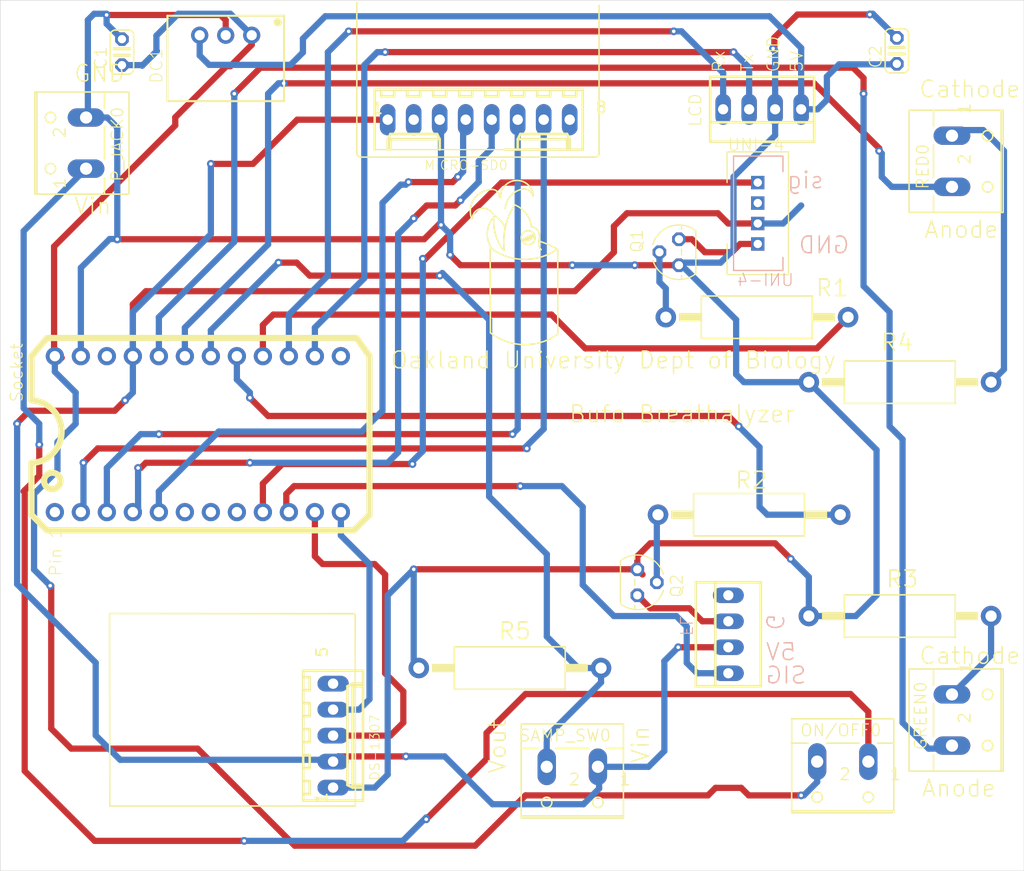
<source format=kicad_pcb>
(kicad_pcb (version 20221018) (generator pcbnew)
  (layers (0 "F.Cu" signal) (31 "B.Cu" signal) (34 "B.Paste" user) (35 "F.Paste" user) (36 "B.SilkS" user "B.Silkscreen") (37 "F.SilkS" user "F.Silkscreen") (38 "B.Mask" user) (39 "F.Mask" user) (44 "Edge.Cuts" user))
  (net 0 "")
  (net 1 "VBUS")
  (net 2 "VBAT")
  (net 3 "RESET")
  (net 4 "D10")
  (net 5 "D11")
  (net 6 "D12")
  (net 7 "D13")
  (net 8 "A0")
  (net 9 "A1")
  (net 10 "A2")
  (net 11 "A3")
  (net 12 "A4")
  (net 13 "A5")
  (net 14 "D3")
  (net 15 "D4")
  (net 16 "D6")
  (net 17 "D5")
  (net 18 "TXD")
  (net 19 "RXD")
  (net 20 "D8")
  (net 21 "D9")
  (net 22 "AREF")
  (net 23 "+5V")
  (net 24 "N$1")
  (net 25 "N$2")
  (net 26 "N$3")
  (net 27 "N$5")
  (net 28 "GND")
  (net 29 "N$6")
  (net 30 "N$7")
  (net 31 "VIN")
  (net 32 "N$10")
  (footprint "Trinket:AC01" (layer "F.Cu") (at 172.4151 93.4416 180)
    (fp_text reference "R1")
    (fp_text value "")
  )
  (footprint "Trinket:1X12-CB" (layer "F.Cu") (at 117.8051 112.4916)
    (fp_text reference "JP4" hide)
    (fp_text value "")
  )
  (footprint "Trinket:1X12-CB" (layer "F.Cu") (at 117.8051 97.2516)
    (fp_text reference "JP1" hide)
    (fp_text value "")
  )
  (footprint "Trinket:W237-102" (layer "F.Cu") (at 105.6131 76.4236 90)
    (fp_text reference "P_JACK0")
    (fp_text value "")
  )
  (footprint "Trinket:TO92" (layer "F.Cu") (at 164.7951 87.0916 90)
    (fp_text reference "Q1")
    (fp_text value "2N3904")
  )
  (footprint "Trinket:W237-102" (layer "F.Cu") (at 192.7351 132.8116 -90)
    (fp_text reference "GREEN0")
    (fp_text value "")
  )
  (footprint "" (layer "F.Cu") (at 169.6211 142.4636)
    (fp_text reference "@HOLE1" hide)
    (fp_text value "")
  )
  (footprint "Trinket:AC01" (layer "F.Cu") (at 171.6531 112.7456 180)
    (fp_text reference "R2")
    (fp_text value "")
  )
  (footprint "" (layer "F.Cu") (at 194.7671 143.7336)
    (fp_text reference "@HOLE5" hide)
    (fp_text value "")
  )
  (footprint "Trinket:SIP3" (layer "F.Cu") (at 120.5229 65.8826 180)
    (fp_text reference "DC1")
    (fp_text value "R-78C1.8-1.0")
  )
  (footprint "" (layer "F.Cu") (at 131.0311 124.2536)
    (fp_text reference "@HOLE7" hide)
    (fp_text value "")
  )
  (footprint "Trinket:22-23-2041" (layer "F.Cu") (at 172.9231 73.1216 180)
    (fp_text reference "LDC0" hide)
    (fp_text value "22-23-2041" hide)
  )
  (footprint "Trinket:W237-102" (layer "F.Cu") (at 180.7971 138.1456 180)
    (fp_text reference "ON/OFF0")
    (fp_text value "")
  )
  (footprint "Trinket:AC01" (layer "F.Cu") (at 148.2851 127.7316 180)
    (fp_text reference "R5")
    (fp_text value "")
  )
  (footprint "" (layer "F.Cu") (at 102.3015 143.7216)
    (fp_text reference "@HOLE4" hide)
    (fp_text value "")
  )
  (footprint "Trinket:AC01" (layer "F.Cu") (at 186.3851 122.6516 180)
    (fp_text reference "R3")
    (fp_text value "")
  )
  (footprint "" (layer "F.Cu") (at 176.7331 106.3956)
    (fp_text reference "@HOLE0" hide)
    (fp_text value "")
  )
  (footprint "Trinket:UNI-4" (layer "F.Cu") (at 177.4951 83.2816)
    (fp_text reference "U$1" hide)
    (fp_text value "UNI-4" hide)
  )
  (footprint "Trinket:C025-024X044" (layer "F.Cu") (at 110.3883 67.5336 90)
    (fp_text reference "C1")
    (fp_text value "")
  )
  (footprint "Trinket:C025-024X044" (layer "F.Cu") (at 186.0803 67.4066 90)
    (fp_text reference "C2")
    (fp_text value "")
  )
  (footprint "Trinket:6410-05" (layer "F.Cu") (at 131.0131 134.3356 -90)
    (fp_text reference "DS-1307")
    (fp_text value "22-27-2051-05" hide)
  )
  (footprint "Trinket:6410-08" (layer "F.Cu") (at 145.2371 74.1376 180)
    (fp_text reference "MICRO-SD0")
    (fp_text value "22-27-2081-08" hide)
  )
  (footprint "Trinket:W237-102" (layer "F.Cu") (at 192.7351 78.2016 -90)
    (fp_text reference "RED0")
    (fp_text value "")
  )
  (footprint "" (layer "F.Cu") (at 194.7671 66.2636)
    (fp_text reference "@HOLE3" hide)
    (fp_text value "")
  )
  (footprint "" (layer "F.Cu") (at 111.0311 139.4136)
    (fp_text reference "@HOLE6" hide)
    (fp_text value "")
  )
  (footprint "Trinket:TO92" (layer "F.Cu") (at 160.7311 119.3496 -90)
    (fp_text reference "Q2")
    (fp_text value "2N3904")
  )
  (footprint "Trinket:22-23-2041" (layer "F.Cu") (at 169.6211 124.4296 90)
    (fp_text reference "FL0" hide)
    (fp_text value "22-23-2041" hide)
  )
  (footprint "Trinket:W237-102" (layer "F.Cu") (at 154.3811 138.6536 180)
    (fp_text reference "SAMP_SW0")
    (fp_text value "")
  )
  (footprint "Trinket:AC01" (layer "F.Cu") (at 186.3851 99.7916 180)
    (fp_text reference "R4")
    (fp_text value "")
  )
  (footprint "" (layer "F.Cu") (at 102.3111 66.2636)
    (fp_text reference "@HOLE2" hide)
    (fp_text value "")
  )
  (gr_line (start 146.3547 86.7106) (end 146.3801 94.9656) (stroke (width 0.1524)) (layer "F.SilkS"))
  (gr_arc (start 148.7677 82.4688) (mid 149.877683 83.324539) (end 150.393301 84.627801) (stroke (width 0.1524)) (layer "F.SilkS"))
  (gr_line (start 134.5691 112.7456) (end 134.5691 97.2516) (stroke (width 0.6096)) (layer "F.SilkS"))
  (gr_line (start 133.1911 141.2136) (end 133.1711 122.5236) (stroke (width 0.1524)) (layer "F.SilkS"))
  (gr_arc (start 151.1807 85.7708) (mid 151.193165 85.745283) (end 151.2061 85.72) (stroke (width 0.1524)) (layer "F.SilkS"))
  (gr_line (start 150.3171 85.593) (end 150.4949 85.593) (stroke (width 0.1524)) (layer "F.SilkS"))
  (gr_arc (start 147.6755 86.9138) (mid 146.876612 85.355253) (end 146.7103 83.6118) (stroke (width 0.1524)) (layer "F.SilkS"))
  (gr_line (start 101.5491 107.6656) (end 101.5491 112.7456) (stroke (width 0.6096)) (layer "F.SilkS"))
  (gr_line (start 133.2991 95.4736) (end 103.0731 95.4736) (stroke (width 0.6096)) (layer "F.SilkS"))
  (gr_line (start 150.1139 85.593) (end 150.0885 85.6184) (stroke (width 0.1524)) (layer "F.SilkS"))
  (gr_arc (start 150.6473 85.5168) (mid 150.162777 85.888455) (end 149.5551 85.948601) (stroke (width 0.1524)) (layer "F.SilkS"))
  (gr_arc (start 144.5513 83.815) (mid 144.717043 81.991737) (end 146.2531 80.995601) (stroke (width 0.1524)) (layer "F.SilkS"))
  (gr_arc (start 146.8373 83.5356) (mid 147.389319 84.034448) (end 147.8025 84.6532) (stroke (width 0.1524)) (layer "F.SilkS"))
  (gr_arc (start 152.9333 95.118) (mid 149.631615 96.12045) (end 146.3801 94.965601) (stroke (width 0.1524)) (layer "F.SilkS"))
  (gr_line (start 109.2011 141.2136) (end 133.1911 141.2136) (stroke (width 0.1524)) (layer "F.SilkS"))
  (gr_arc (start 147.7263 86.863) (mid 147.85133 84.577352) (end 148.7423 82.4688) (stroke (width 0.1524)) (layer "F.SilkS"))
  (gr_arc (start 151.1045 85.9994) (mid 152.056864 86.348166) (end 152.9587 86.8122) (stroke (width 0.1524)) (layer "F.SilkS"))
  (gr_line (start 133.3311 62.7036) (end 133.3311 77.5336) (stroke (width 0.1524)) (layer "F.SilkS"))
  (gr_arc (start 146.4309 86.609) (mid 146.090464 85.042473) (end 146.7611 83.5864) (stroke (width 0.1524)) (layer "F.SilkS"))
  (gr_arc (start 150.5203 84.6024) (mid 151.044105 85.028556) (end 151.1553 85.694601) (stroke (width 0.1524)) (layer "F.SilkS"))
  (gr_arc (start 152.9079 86.7868) (mid 149.606215 87.78925) (end 146.3547 86.634401) (stroke (width 0.1524)) (layer "F.SilkS"))
  (gr_line (start 133.5911 77.7936) (end 156.7311 77.7936) (stroke (width 0.1524)) (layer "F.SilkS"))
  (gr_arc (start 151.3331 86.8376) (mid 151.099485 86.326688) (end 151.1807 85.770801) (stroke (width 0.1524)) (layer "F.SilkS"))
  (gr_line (start 133.3311 77.5336) (end 133.5911 77.7936) (stroke (width 0.1524)) (layer "F.SilkS"))
  (gr_line (start 103.0731 114.2696) (end 133.0451 114.2696) (stroke (width 0.6096)) (layer "F.SilkS"))
  (gr_line (start 134.5691 97.2516) (end 133.2991 95.4736) (stroke (width 0.6096)) (layer "F.SilkS"))
  (gr_line (start 150.3171 85.593) (end 150.1139 85.593) (stroke (width 0.1524)) (layer "F.SilkS"))
  (gr_line (start 133.1411 122.4236) (end 109.1711 122.4036) (stroke (width 0.1524)) (layer "F.SilkS"))
  (gr_arc (start 101.5491 101.5696) (mid 104.490354 104.50034) (end 101.8031 107.6656) (stroke (width 0.6096)) (layer "F.SilkS"))
  (gr_circle (center 150.0631 85.6692) (end 150.746543 85.6692) (stroke (width 0.1524)) (fill none) (layer "F.SilkS"))
  (gr_line (start 149.7583 85.8216) (end 150.0885 85.8216) (stroke (width 0.1524)) (layer "F.SilkS"))
  (gr_line (start 152.9333 95.118) (end 152.9587 95.0926) (stroke (width 0.1524)) (layer "F.SilkS"))
  (gr_line (start 156.9911 77.5336) (end 156.9911 62.9636) (stroke (width 0.1524)) (layer "F.SilkS"))
  (gr_line (start 149.9107 85.7962) (end 150.0885 85.6184) (stroke (width 0.1524)) (layer "F.SilkS"))
  (gr_line (start 152.9587 86.8376) (end 152.9587 95.0926) (stroke (width 0.1524)) (layer "F.SilkS"))
  (gr_arc (start 146.3547 80.9702) (mid 147.014075 81.129117) (end 147.2691 81.757602) (stroke (width 0.1524)) (layer "F.SilkS"))
  (gr_arc (start 147.3707 81.783) (mid 148.834462 80.080465) (end 150.5711 81.5036) (stroke (width 0.1524)) (layer "F.SilkS"))
  (gr_arc (start 144.6021 83.7896) (mid 145.457426 82.817582) (end 146.6341 83.357802) (stroke (width 0.1524)) (layer "F.SilkS"))
  (gr_circle (center 103.5811 109.4436) (end 104.384315 109.4436) (stroke (width 0.6096)) (fill none) (layer "F.SilkS"))
  (gr_line (start 156.7311 77.7936) (end 156.9911 77.5336) (stroke (width 0.1524)) (layer "F.SilkS"))
  (gr_arc (start 149.4535 85.9232) (mid 150.014944 85.577147) (end 150.6473 85.3898) (stroke (width 0.1524)) (layer "F.SilkS"))
  (gr_arc (start 147.8279 82.8244) (mid 148.352651 81.580541) (end 149.5297 80.919401) (stroke (width 0.1524)) (layer "F.SilkS"))
  (gr_line (start 109.1711 122.4036) (end 109.2011 141.2136) (stroke (width 0.1524)) (layer "F.SilkS"))
  (gr_arc (start 149.6059 80.894) (mid 150.188431 81.082554) (end 150.5457 81.5798) (stroke (width 0.1524)) (layer "F.SilkS"))
  (gr_line (start 101.5491 112.7456) (end 103.0731 114.2696) (stroke (width 0.6096)) (layer "F.SilkS"))
  (gr_line (start 103.0731 95.4736) (end 101.5491 97.2516) (stroke (width 0.6096)) (layer "F.SilkS"))
  (gr_line (start 101.5491 97.2516) (end 101.5491 101.5696) (stroke (width 0.6096)) (layer "F.SilkS"))
  (gr_line (start 133.0451 114.2696) (end 134.5691 112.7456) (stroke (width 0.6096)) (layer "F.SilkS"))
  (gr_line (start 150.0885 85.6184) (end 150.3171 85.6184) (stroke (width 0.1524)) (layer "F.SilkS"))
  (gr_line (start 150.0885 85.8216) (end 150.3171 85.593) (stroke (width 0.1524)) (layer "F.SilkS"))
  (gr_line (start 198.5011 62.4636) (end 98.5011 62.4636) (stroke (width 0.05)) (layer "Edge.Cuts"))
  (gr_line (start 198.5011 147.5436) (end 198.5011 62.4636) (stroke (width 0.05)) (layer "Edge.Cuts"))
  (gr_line (start 98.5011 147.5436) (end 198.5011 147.5436) (stroke (width 0.05)) (layer "Edge.Cuts"))
  (gr_line (start 98.5011 62.4636) (end 98.5011 147.5436) (stroke (width 0.05)) (layer "Edge.Cuts"))
  (gr_text "GND" (at 181.5591 87.3456) (layer "B.SilkS") (effects (font (size 1.63576 1.63576) (thickness 0.14224)) (justify left bottom mirror)))
  (gr_text "SIG" (at 173.1771 127.4776) (layer "B.SilkS") (effects (font (size 1.63576 1.63576) (thickness 0.14224)) (justify right top mirror)))
  (gr_text "sig" (at 179.0191 80.9956) (layer "B.SilkS") (effects (font (size 1.63576 1.63576) (thickness 0.14224)) (justify left bottom mirror)))
  (gr_text "G" (at 173.1771 124.1756 -90) (layer "B.SilkS") (effects (font (size 1.63576 1.63576) (thickness 0.14224)) (justify left bottom mirror)))
  (gr_text "5V" (at 173.1771 125.1916) (layer "B.SilkS") (effects (font (size 1.63576 1.63576) (thickness 0.14224)) (justify right top mirror)))
  (gr_text "FL" (at 164.7951 124.6836 -90) (layer "B.SilkS") (effects (font (size 1.1684 1.1684) (thickness 0.1016)) (justify left bottom mirror)))
  (gr_text "5V" (at 176.9871 69.5656 90) (layer "F.SilkS") (effects (font (size 1.1684 1.1684) (thickness 0.1016)) (justify left bottom)))
  (gr_text "Tx" (at 172.1611 69.5656 90) (layer "F.SilkS") (effects (font (size 1.1684 1.1684) (thickness 0.1016)) (justify left bottom)))
  (gr_text "Socket" (at 100.7871 101.8236 90) (layer "F.SilkS") (effects (font (size 1.1684 1.1684) (thickness 0.1016)) (justify left bottom)))
  (gr_text "GND" (at 174.7011 69.5656 90) (layer "F.SilkS") (effects (font (size 1.1684 1.1684) (thickness 0.1016)) (justify left bottom)))
  (gr_text "Oakland University Dept of Biology\n\n              Bufo Breathalyzer " (at 136.5249 103.8556) (layer "F.SilkS") (effects (font (size 1.63576 1.63576) (thickness 0.14224)) (justify left bottom)))
  (gr_text "GND" (at 105.6131 70.5816) (layer "F.SilkS") (effects (font (size 1.63576 1.63576) (thickness 0.14224)) (justify left bottom)))
  (gr_text "Vin" (at 105.6131 83.5356) (layer "F.SilkS") (effects (font (size 1.63576 1.63576) (thickness 0.14224)) (justify left bottom)))
  (gr_text "Anode" (at 188.4171 140.4316) (layer "F.SilkS") (effects (font (size 1.63576 1.63576) (thickness 0.14224)) (justify left bottom)))
  (gr_text "Vin" (at 162.0011 137.1296 90) (layer "F.SilkS") (effects (font (size 1.63576 1.63576) (thickness 0.14224)) (justify left bottom)))
  (gr_text "Cathode" (at 188.1631 72.1056) (layer "F.SilkS") (effects (font (size 1.63576 1.63576) (thickness 0.14224)) (justify left bottom)))
  (gr_text "LCD" (at 167.0811 74.8996 90) (layer "F.SilkS") (effects (font (size 1.1684 1.1684) (thickness 0.1016)) (justify left bottom)))
  (gr_text "Anode" (at 188.6711 85.8216) (layer "F.SilkS") (effects (font (size 1.63576 1.63576) (thickness 0.14224)) (justify left bottom)))
  (gr_text "Rx" (at 169.3671 69.5656 90) (layer "F.SilkS") (effects (font (size 1.1684 1.1684) (thickness 0.1016)) (justify left bottom)))
  (gr_text "Vout" (at 148.0311 138.1456 90) (layer "F.SilkS") (effects (font (size 1.63576 1.63576) (thickness 0.14224)) (justify left bottom)))
  (gr_text "Pin 1" (at 104.5971 118.8416 90) (layer "F.SilkS") (effects (font (size 1.1684 1.1684) (thickness 0.1016)) (justify left bottom)))
  (gr_text "Cathode" (at 188.1631 127.4776) (layer "F.SilkS") (effects (font (size 1.63576 1.63576) (thickness 0.14224)) (justify left bottom)))
  (segment (start 115.5953 74.6964) (end 103.7589 86.5328) (width 0.6096) (layer "F.Cu") (net 2))
  (segment (start 103.7589 86.5328) (end 103.7589 96.6674) (width 0.6096) (layer "F.Cu") (net 2))
  (segment (start 123.0629 66.8224) (end 120.9801 68.9052) (width 0.6096) (layer "F.Cu") (net 2))
  (segment (start 117.7797 135.6056) (end 105.4353 135.6056) (width 0.6096) (layer "F.Cu") (net 2))
  (segment (start 123.0629 65.8826) (end 123.0629 66.8224) (width 0.6096) (layer "F.Cu") (net 2))
  (segment (start 105.4353 135.6056) (end 103.4795 133.6498) (width 0.6096) (layer "F.Cu") (net 2))
  (segment (start 103.4795 119.6798) (end 103.3779 119.6798) (width 0.6096) (layer "F.Cu") (net 2))
  (segment (start 168.369093 139.441) (end 167.632493 140.1776) (width 0.6096) (layer "F.Cu") (net 2))
  (segment (start 176.7331 140.1776) (end 171.609706 140.1776) (width 0.6096) (layer "F.Cu") (net 2))
  (segment (start 144.8959 145.0908) (end 127.2649 145.0908) (width 0.6096) (layer "F.Cu") (net 2))
  (segment (start 167.632493 140.1776) (end 149.8091 140.1776) (width 0.6096) (layer "F.Cu") (net 2))
  (segment (start 103.4795 133.6498) (end 103.4795 119.6798) (width 0.6096) (layer "F.Cu") (net 2))
  (segment (start 149.8091 140.1776) (end 144.8959 145.0908) (width 0.6096) (layer "F.Cu") (net 2))
  (segment (start 127.2649 145.0908) (end 117.7797 135.6056) (width 0.6096) (layer "F.Cu") (net 2))
  (segment (start 103.7589 96.6674) (end 104.4955 97.404) (width 0.6096) (layer "F.Cu") (net 2))
  (segment (start 103.9875 97.404) (end 103.8351 97.2516) (width 0.6096) (layer "F.Cu") (net 2))
  (segment (start 115.5953 73.909) (end 115.5953 74.6964) (width 0.6096) (layer "F.Cu") (net 2))
  (segment (start 104.4955 97.404) (end 103.9875 97.404) (width 0.6096) (layer "F.Cu") (net 2))
  (segment (start 120.9801 68.9052) (end 120.5991 68.9052) (width 0.6096) (layer "F.Cu") (net 2))
  (segment (start 170.873106 139.441) (end 168.369093 139.441) (width 0.6096) (layer "F.Cu") (net 2))
  (segment (start 171.609706 140.1776) (end 170.873106 139.441) (width 0.6096) (layer "F.Cu") (net 2))
  (segment (start 120.5991 68.9052) (end 115.5953 73.909) (width 0.6096) (layer "F.Cu") (net 2))
  (via (at 176.7331 140.1776) (size 0.7564) (drill 0.35) (layers "F.Cu" "B.Cu") (net 2))
  (via (at 103.3779 119.6798) (size 0.7564) (drill 0.35) (layers "F.Cu" "B.Cu") (net 2))
  (segment (start 178.2971 138.8676) (end 176.9871 140.1776) (width 0.6096) (layer "B.Cu") (net 2))
  (segment (start 176.9871 140.1776) (end 176.7331 140.1776) (width 0.6096) (layer "B.Cu") (net 2))
  (segment (start 113.7538 65.9207) (end 113.7538 67.4701) (width 0.6096) (layer "B.Cu") (net 2))
  (segment (start 103.8351 98.7756) (end 105.8671 100.8076) (width 0.6096) (layer "B.Cu") (net 2))
  (segment (start 105.8671 103.8556) (end 104.0891 105.6336) (width 0.6096) (layer "B.Cu") (net 2))
  (segment (start 110.3883 68.8036) (end 112.3187 68.8036) (width 0.6096) (layer "B.Cu") (net 2))
  (segment (start 103.8351 97.2516) (end 103.8351 98.7756) (width 0.6096) (layer "B.Cu") (net 2))
  (segment (start 115.8901 63.7844) (end 113.7538 65.9207) (width 0.6096) (layer "B.Cu") (net 2))
  (segment (start 123.0629 65.8672) (end 120.9801 63.7844) (width 0.6096) (layer "B.Cu") (net 2))
  (segment (start 120.9801 63.7844) (end 115.8901 63.7844) (width 0.6096) (layer "B.Cu") (net 2))
  (segment (start 113.7538 67.4701) (end 113.8046 67.4193) (width 0.6096) (layer "B.Cu") (net 2))
  (segment (start 104.0891 108.4276) (end 104.0891 105.6336) (width 0.6096) (layer "B.Cu") (net 2))
  (segment (start 112.3695 68.8544) (end 113.7538 67.4701) (width 0.6096) (layer "B.Cu") (net 2))
  (segment (start 105.8671 100.8076) (end 105.8671 103.8556) (width 0.6096) (layer "B.Cu") (net 2))
  (segment (start 101.8031 110.7136) (end 104.0891 108.4276) (width 0.6096) (layer "B.Cu") (net 2))
  (segment (start 112.3187 68.8036) (end 112.3695 68.8544) (width 0.6096) (layer "B.Cu") (net 2))
  (segment (start 101.8031 118.105) (end 101.8031 110.7136) (width 0.6096) (layer "B.Cu") (net 2))
  (segment (start 178.2971 136.8756) (end 178.2971 138.8676) (width 0.6096) (layer "B.Cu") (net 2))
  (segment (start 103.3779 119.6798) (end 101.8031 118.105) (width 0.6096) (layer "B.Cu") (net 2))
  (segment (start 123.0629 65.8826) (end 123.0629 65.8672) (width 0.6096) (layer "B.Cu") (net 2))
  (segment (start 149.9361 106.2686) (end 108.0261 106.2686) (width 0.6096) (layer "F.Cu") (net 4))
  (segment (start 108.0261 106.2686) (end 106.6291 107.6656) (width 0.6096) (layer "F.Cu") (net 4))
  (via (at 106.6291 107.6656) (size 0.7564) (drill 0.35) (layers "F.Cu" "B.Cu") (net 4))
  (via (at 149.9361 106.2686) (size 0.7564) (drill 0.35) (layers "F.Cu" "B.Cu") (net 4))
  (segment (start 106.6291 107.6656) (end 106.6291 112.2376) (width 0.6096) (layer "B.Cu") (net 4))
  (segment (start 106.6291 112.2376) (end 106.3751 112.4916) (width 0.6096) (layer "B.Cu") (net 4))
  (segment (start 151.5871 74.1376) (end 151.5871 104.3636) (width 0.6096) (layer "B.Cu") (net 4))
  (segment (start 149.8091 106.1416) (end 149.9361 106.2686) (width 0.6096) (layer "B.Cu") (net 4))
  (segment (start 151.5871 104.3636) (end 149.8091 106.1416) (width 0.6096) (layer "B.Cu") (net 4))
  (segment (start 148.5391 104.8716) (end 113.9951 104.8716) (width 0.6096) (layer "F.Cu") (net 5))
  (via (at 148.5391 104.8716) (size 0.7564) (drill 0.35) (layers "F.Cu" "B.Cu") (net 5))
  (via (at 113.9951 104.8716) (size 0.7564) (drill 0.35) (layers "F.Cu" "B.Cu") (net 5))
  (segment (start 149.0471 104.3636) (end 148.5391 104.8716) (width 0.6096) (layer "B.Cu") (net 5))
  (segment (start 108.9151 108.1736) (end 108.9151 112.4916) (width 0.6096) (layer "B.Cu") (net 5))
  (segment (start 112.2171 104.8716) (end 108.9151 108.1736) (width 0.6096) (layer "B.Cu") (net 5))
  (segment (start 149.0471 74.1376) (end 149.0471 104.3636) (width 0.6096) (layer "B.Cu") (net 5))
  (segment (start 113.9951 104.8716) (end 112.2171 104.8716) (width 0.6096) (layer "B.Cu") (net 5))
  (segment (start 112.2171 108.1736) (end 111.9631 108.1736) (width 0.6096) (layer "F.Cu") (net 6))
  (segment (start 140.1571 82.5196) (end 138.8871 83.7896) (width 0.6096) (layer "F.Cu") (net 6))
  (segment (start 143.4591 82.0116) (end 142.9511 82.5196) (width 0.6096) (layer "F.Cu") (net 6))
  (segment (start 142.9511 82.5196) (end 140.1571 82.5196) (width 0.6096) (layer "F.Cu") (net 6))
  (segment (start 122.8851 107.6656) (end 112.7251 107.6656) (width 0.6096) (layer "F.Cu") (net 6))
  (segment (start 112.7251 107.6656) (end 112.2171 108.1736) (width 0.6096) (layer "F.Cu") (net 6))
  (via (at 111.9631 108.1736) (size 0.7564) (drill 0.35) (layers "F.Cu" "B.Cu") (net 6))
  (via (at 122.8851 107.6656) (size 0.7564) (drill 0.35) (layers "F.Cu" "B.Cu") (net 6))
  (via (at 138.8871 83.7896) (size 0.7564) (drill 0.35) (layers "F.Cu" "B.Cu") (net 6))
  (via (at 143.4591 82.0116) (size 0.7564) (drill 0.35) (layers "F.Cu" "B.Cu") (net 6))
  (segment (start 136.3471 107.6656) (end 122.8851 107.6656) (width 0.6096) (layer "B.Cu") (net 6))
  (segment (start 145.2371 78.2016) (end 145.2371 80.2336) (width 0.6096) (layer "B.Cu") (net 6))
  (segment (start 111.9631 111.9836) (end 111.4551 112.4916) (width 0.6096) (layer "B.Cu") (net 6))
  (segment (start 146.5071 74.1376) (end 146.5071 76.9316) (width 0.6096) (layer "B.Cu") (net 6))
  (segment (start 145.2371 80.2336) (end 143.4591 82.0116) (width 0.6096) (layer "B.Cu") (net 6))
  (segment (start 137.3631 106.6496) (end 136.3471 107.6656) (width 0.6096) (layer "B.Cu") (net 6))
  (segment (start 111.9631 108.1736) (end 111.9631 111.9836) (width 0.6096) (layer "B.Cu") (net 6))
  (segment (start 138.8871 83.7896) (end 137.3631 85.3136) (width 0.6096) (layer "B.Cu") (net 6))
  (segment (start 146.5071 76.9316) (end 145.2371 78.2016) (width 0.6096) (layer "B.Cu") (net 6))
  (segment (start 137.3631 85.3136) (end 137.3631 106.6496) (width 0.6096) (layer "B.Cu") (net 6))
  (segment (start 142.6971 80.2336) (end 143.2051 79.7256) (width 0.6096) (layer "F.Cu") (net 7))
  (segment (start 138.3791 80.2336) (end 142.6971 80.2336) (width 0.6096) (layer "F.Cu") (net 7))
  (via (at 138.3791 80.2336) (size 0.7564) (drill 0.35) (layers "F.Cu" "B.Cu") (net 7))
  (via (at 143.2051 79.7256) (size 0.7564) (drill 0.35) (layers "F.Cu" "B.Cu") (net 7))
  (segment (start 143.7131 79.2176) (end 143.7131 74.3916) (width 0.6096) (layer "B.Cu") (net 7))
  (segment (start 138.1251 80.4876) (end 138.3791 80.2336) (width 0.6096) (layer "B.Cu") (net 7))
  (segment (start 137.6171 80.4876) (end 138.1251 80.4876) (width 0.6096) (layer "B.Cu") (net 7))
  (segment (start 143.7131 74.3916) (end 143.9671 74.1376) (width 0.6096) (layer "B.Cu") (net 7))
  (segment (start 133.8071 104.6176) (end 135.8391 102.5856) (width 0.6096) (layer "B.Cu") (net 7))
  (segment (start 119.8371 104.6176) (end 133.8071 104.6176) (width 0.6096) (layer "B.Cu") (net 7))
  (segment (start 135.8391 82.2656) (end 137.6171 80.4876) (width 0.6096) (layer "B.Cu") (net 7))
  (segment (start 113.9951 110.4596) (end 119.8371 104.6176) (width 0.6096) (layer "B.Cu") (net 7))
  (segment (start 143.2051 79.7256) (end 143.7131 79.2176) (width 0.6096) (layer "B.Cu") (net 7))
  (segment (start 113.9951 112.4916) (end 113.9951 110.4596) (width 0.6096) (layer "B.Cu") (net 7))
  (segment (start 135.8391 102.5856) (end 135.8391 82.2656) (width 0.6096) (layer "B.Cu") (net 7))
  (segment (start 147.4751 80.2816) (end 139.9031 87.8536) (width 0.6096) (layer "F.Cu") (net 10))
  (segment (start 138.7601 107.7926) (end 126.0601 107.7926) (width 0.6096) (layer "F.Cu") (net 10))
  (segment (start 124.1551 109.6976) (end 124.1551 112.4916) (width 0.6096) (layer "F.Cu") (net 10))
  (segment (start 139.9031 87.8536) (end 139.7761 87.7266) (width 0.6096) (layer "F.Cu") (net 10))
  (segment (start 126.0601 107.7926) (end 124.1551 109.6976) (width 0.6096) (layer "F.Cu") (net 10))
  (segment (start 172.4951 80.2816) (end 147.4751 80.2816) (width 0.6096) (layer "F.Cu") (net 10))
  (via (at 139.7761 87.7266) (size 0.7564) (drill 0.35) (layers "F.Cu" "B.Cu") (net 10))
  (via (at 138.7601 107.7926) (size 0.7564) (drill 0.35) (layers "F.Cu" "B.Cu") (net 10))
  (segment (start 139.7761 106.5226) (end 138.6331 107.6656) (width 0.6096) (layer "B.Cu") (net 10))
  (segment (start 139.7761 87.7266) (end 139.7761 106.5226) (width 0.6096) (layer "B.Cu") (net 10))
  (segment (start 138.6331 107.6656) (end 138.7601 107.7926) (width 0.6096) (layer "B.Cu") (net 10))
  (segment (start 126.4411 110.7136) (end 126.4411 112.2376) (width 0.6096) (layer "F.Cu") (net 11))
  (segment (start 149.3011 109.9516) (end 127.2031 109.9516) (width 0.6096) (layer "F.Cu") (net 11))
  (segment (start 127.2031 109.9516) (end 126.4411 110.7136) (width 0.6096) (layer "F.Cu") (net 11))
  (segment (start 126.4411 112.2376) (end 126.6951 112.4916) (width 0.6096) (layer "F.Cu") (net 11))
  (via (at 149.3011 109.9516) (size 0.7564) (drill 0.35) (layers "F.Cu" "B.Cu") (net 11))
  (segment (start 153.3651 109.9516) (end 149.3011 109.9516) (width 0.6096) (layer "B.Cu") (net 11))
  (segment (start 165.5571 123.6676) (end 165.5571 127.2236) (width 0.6096) (layer "B.Cu") (net 11))
  (segment (start 165.5571 127.2236) (end 166.5731 128.2396) (width 0.6096) (layer "B.Cu") (net 11))
  (segment (start 158.4451 122.6516) (end 164.5411 122.6516) (width 0.6096) (layer "B.Cu") (net 11))
  (segment (start 158.4451 122.6516) (end 155.3971 119.6036) (width 0.6096) (layer "B.Cu") (net 11))
  (segment (start 164.5411 122.6516) (end 165.5571 123.6676) (width 0.6096) (layer "B.Cu") (net 11))
  (segment (start 155.3971 119.6036) (end 155.3971 111.9836) (width 0.6096) (layer "B.Cu") (net 11))
  (segment (start 155.3971 111.9836) (end 153.3651 109.9516) (width 0.6096) (layer "B.Cu") (net 11))
  (segment (start 166.5731 128.2396) (end 169.6211 128.2396) (width 0.6096) (layer "B.Cu") (net 11))
  (segment (start 135.0771 117.5716) (end 129.9971 117.5716) (width 0.6096) (layer "F.Cu") (net 12))
  (segment (start 129.9971 117.5716) (end 129.2351 116.8096) (width 0.6096) (layer "F.Cu") (net 12))
  (segment (start 137.8711 130.0176) (end 136.0931 128.2396) (width 0.6096) (layer "F.Cu") (net 12))
  (segment (start 136.0931 118.5876) (end 135.0771 117.5716) (width 0.6096) (layer "F.Cu") (net 12))
  (segment (start 136.6011 134.3356) (end 137.8711 133.0656) (width 0.6096) (layer "F.Cu") (net 12))
  (segment (start 136.0931 128.2396) (end 136.0931 118.5876) (width 0.6096) (layer "F.Cu") (net 12))
  (segment (start 129.2351 116.8096) (end 129.2351 112.4916) (width 0.6096) (layer "F.Cu") (net 12))
  (segment (start 137.8711 133.0656) (end 137.8711 130.0176) (width 0.6096) (layer "F.Cu") (net 12))
  (segment (start 131.0131 134.3356) (end 136.6011 134.3356) (width 0.6096) (layer "F.Cu") (net 12))
  (segment (start 131.7751 114.7776) (end 131.7751 112.4916) (width 0.6096) (layer "B.Cu") (net 13))
  (segment (start 133.5531 131.7956) (end 134.5691 130.7796) (width 0.6096) (layer "B.Cu") (net 13))
  (segment (start 134.5691 130.7796) (end 134.5691 117.5716) (width 0.6096) (layer "B.Cu") (net 13))
  (segment (start 131.0131 131.7956) (end 133.5531 131.7956) (width 0.6096) (layer "B.Cu") (net 13))
  (segment (start 134.5691 117.5716) (end 131.7751 114.7776) (width 0.6096) (layer "B.Cu") (net 13))
  (segment (start 125.1711 93.1876) (end 124.1551 94.2036) (width 0.6096) (layer "F.Cu") (net 14))
  (segment (start 155.6511 96.4896) (end 152.3491 93.1876) (width 0.6096) (layer "F.Cu") (net 14))
  (segment (start 181.3151 93.4416) (end 178.2671 96.4896) (width 0.6096) (layer "F.Cu") (net 14))
  (segment (start 152.3491 93.1876) (end 125.1711 93.1876) (width 0.6096) (layer "F.Cu") (net 14))
  (segment (start 178.2671 96.4896) (end 155.6511 96.4896) (width 0.6096) (layer "F.Cu") (net 14))
  (segment (start 124.1551 94.2036) (end 124.1551 97.2516) (width 0.6096) (layer "F.Cu") (net 14))
  (segment (start 124.6631 103.0936) (end 169.6211 103.0936) (width 0.6096) (layer "F.Cu") (net 15))
  (segment (start 169.6211 103.0936) (end 170.6371 104.1096) (width 0.6096) (layer "F.Cu") (net 15))
  (segment (start 122.8851 101.3156) (end 124.6631 103.0936) (width 0.6096) (layer "F.Cu") (net 15))
  (via (at 122.8851 101.3156) (size 0.7564) (drill 0.35) (layers "F.Cu" "B.Cu") (net 15))
  (via (at 170.6371 104.1096) (size 0.7564) (drill 0.35) (layers "F.Cu" "B.Cu") (net 15))
  (segment (start 121.6151 99.5376) (end 122.8851 100.8076) (width 0.6096) (layer "B.Cu") (net 15))
  (segment (start 172.6691 106.1416) (end 172.6691 111.9836) (width 0.6096) (layer "B.Cu") (net 15))
  (segment (start 122.8851 100.8076) (end 122.8851 101.3156) (width 0.6096) (layer "B.Cu") (net 15))
  (segment (start 121.6151 97.2516) (end 121.6151 99.5376) (width 0.6096) (layer "B.Cu") (net 15))
  (segment (start 180.0351 112.2276) (end 180.5531 112.7456) (width 0.1524) (layer "B.Cu") (net 15))
  (segment (start 173.4311 112.7456) (end 180.5531 112.7456) (width 0.6096) (layer "B.Cu") (net 15))
  (segment (start 170.6371 104.1096) (end 172.6691 106.1416) (width 0.6096) (layer "B.Cu") (net 15))
  (segment (start 172.6691 111.9836) (end 173.4311 112.7456) (width 0.6096) (layer "B.Cu") (net 15))
  (segment (start 184.3531 76.9316) (end 178.0031 70.5816) (width 0.6096) (layer "F.Cu") (net 16))
  (segment (start 178.0031 70.5816) (end 126.1871 70.5816) (width 0.6096) (layer "F.Cu") (net 16))
  (segment (start 184.3531 76.9316) (end 184.3531 77.1856) (width 0.6096) (layer "F.Cu") (net 16))
  (via (at 126.1871 70.5816) (size 0.7564) (drill 0.35) (layers "F.Cu" "B.Cu") (net 16))
  (via (at 184.3531 77.1856) (size 0.7564) (drill 0.35) (layers "F.Cu" "B.Cu") (net 16))
  (segment (start 184.6071 77.4396) (end 184.6071 79.7256) (width 0.6096) (layer "B.Cu") (net 16))
  (segment (start 124.6631 71.5976) (end 125.6791 70.5816) (width 0.6096) (layer "B.Cu") (net 16))
  (segment (start 184.3531 77.1856) (end 184.6071 77.4396) (width 0.6096) (layer "B.Cu") (net 16))
  (segment (start 116.5351 94.4576) (end 124.6631 86.3296) (width 0.6096) (layer "B.Cu") (net 16))
  (segment (start 185.5831 80.7016) (end 191.4651 80.7016) (width 0.6096) (layer "B.Cu") (net 16))
  (segment (start 116.5351 97.2516) (end 116.5351 94.4576) (width 0.6096) (layer "B.Cu") (net 16))
  (segment (start 184.6071 79.7256) (end 185.5831 80.7016) (width 0.6096) (layer "B.Cu") (net 16))
  (segment (start 124.6631 86.3296) (end 124.6631 71.5976) (width 0.6096) (layer "B.Cu") (net 16))
  (segment (start 125.6791 70.5816) (end 126.1871 70.5816) (width 0.6096) (layer "B.Cu") (net 16))
  (segment (start 128.7271 89.3776) (end 127.4571 88.1076) (width 0.6096) (layer "F.Cu") (net 17))
  (segment (start 141.4271 89.3776) (end 128.7271 89.3776) (width 0.6096) (layer "F.Cu") (net 17))
  (segment (start 127.4571 88.1076) (end 125.6791 88.1076) (width 0.6096) (layer "F.Cu") (net 17))
  (via (at 141.4271 89.3776) (size 0.7564) (drill 0.35) (layers "F.Cu" "B.Cu") (net 17))
  (via (at 125.6791 88.1076) (size 0.7564) (drill 0.35) (layers "F.Cu" "B.Cu") (net 17))
  (segment (start 157.1851 127.7316) (end 157.1851 129.144) (width 0.6096) (layer "B.Cu") (net 17))
  (segment (start 146.2531 110.9676) (end 151.8919 116.6064) (width 0.6096) (layer "B.Cu") (net 17))
  (segment (start 154.9653 127.7316) (end 157.1851 127.7316) (width 0.6096) (layer "B.Cu") (net 17))
  (segment (start 151.8811 134.448) (end 151.8811 137.3836) (width 0.6096) (layer "B.Cu") (net 17))
  (segment (start 146.2531 93.6956) (end 146.2531 110.9676) (width 0.6096) (layer "B.Cu") (net 17))
  (segment (start 141.6811 89.1236) (end 141.4271 89.3776) (width 0.6096) (layer "B.Cu") (net 17))
  (segment (start 146.2531 93.6956) (end 141.6811 89.1236) (width 0.6096) (layer "B.Cu") (net 17))
  (segment (start 119.0751 94.7116) (end 125.6791 88.1076) (width 0.6096) (layer "B.Cu") (net 17))
  (segment (start 157.1851 129.144) (end 151.8811 134.448) (width 0.6096) (layer "B.Cu") (net 17))
  (segment (start 151.8919 124.6582) (end 154.9653 127.7316) (width 0.6096) (layer "B.Cu") (net 17))
  (segment (start 119.0751 97.2516) (end 119.0751 94.7116) (width 0.6096) (layer "B.Cu") (net 17))
  (segment (start 151.8919 116.6064) (end 151.8919 124.6582) (width 0.6096) (layer "B.Cu") (net 17))
  (segment (start 164.2871 65.5016) (end 132.5371 65.5016) (width 0.6096) (layer "F.Cu") (net 18))
  (via (at 164.2871 65.5016) (size 0.7564) (drill 0.35) (layers "F.Cu" "B.Cu") (net 18))
  (via (at 132.5371 65.5016) (size 0.7564) (drill 0.35) (layers "F.Cu" "B.Cu") (net 18))
  (segment (start 130.5051 67.5336) (end 130.5051 89.3776) (width 0.6096) (layer "B.Cu") (net 18))
  (segment (start 169.1131 73.1216) (end 169.1131 69.5656) (width 0.6096) (layer "B.Cu") (net 18))
  (segment (start 126.6951 93.1876) (end 126.6951 97.2516) (width 0.6096) (layer "B.Cu") (net 18))
  (segment (start 169.1131 69.5656) (end 165.0491 65.5016) (width 0.6096) (layer "B.Cu") (net 18))
  (segment (start 130.5051 89.3776) (end 126.6951 93.1876) (width 0.6096) (layer "B.Cu") (net 18))
  (segment (start 132.5371 65.5016) (end 130.5051 67.5336) (width 0.6096) (layer "B.Cu") (net 18))
  (segment (start 165.0491 65.5016) (end 164.2871 65.5016) (width 0.6096) (layer "B.Cu") (net 18))
  (segment (start 136.0931 67.5336) (end 170.1291 67.5336) (width 0.6096) (layer "F.Cu") (net 19))
  (via (at 136.0931 67.5336) (size 0.7564) (drill 0.35) (layers "F.Cu" "B.Cu") (net 19))
  (via (at 170.1291 67.5336) (size 0.7564) (drill 0.35) (layers "F.Cu" "B.Cu") (net 19))
  (segment (start 134.0611 68.8036) (end 135.3311 67.5336) (width 0.6096) (layer "B.Cu") (net 19))
  (segment (start 134.0611 89.6316) (end 134.0611 68.8036) (width 0.6096) (layer "B.Cu") (net 19))
  (segment (start 129.2351 94.4576) (end 134.0611 89.6316) (width 0.6096) (layer "B.Cu") (net 19))
  (segment (start 171.6531 69.0576) (end 171.6531 73.1216) (width 0.6096) (layer "B.Cu") (net 19))
  (segment (start 135.3311 67.5336) (end 136.0931 67.5336) (width 0.6096) (layer "B.Cu") (net 19))
  (segment (start 170.1291 67.5336) (end 171.6531 69.0576) (width 0.6096) (layer "B.Cu") (net 19))
  (segment (start 129.2351 97.2516) (end 129.2351 94.4576) (width 0.6096) (layer "B.Cu") (net 19))
  (segment (start 121.3611 71.5976) (end 123.9011 69.0576) (width 0.6096) (layer "F.Cu") (net 20))
  (segment (start 182.8291 70.0736) (end 182.8291 71.5976) (width 0.6096) (layer "F.Cu") (net 20))
  (segment (start 181.8131 69.0576) (end 182.8291 70.0736) (width 0.6096) (layer "F.Cu") (net 20))
  (segment (start 123.9011 69.0576) (end 181.8131 69.0576) (width 0.6096) (layer "F.Cu") (net 20))
  (via (at 182.8291 71.5976) (size 0.7564) (drill 0.35) (layers "F.Cu" "B.Cu") (net 20))
  (via (at 121.3611 71.5976) (size 0.7564) (drill 0.35) (layers "F.Cu" "B.Cu") (net 20))
  (segment (start 191.6791 135.3116) (end 191.4651 135.3116) (width 0.6096) (layer "B.Cu") (net 20))
  (segment (start 191.9731 135.6056) (end 189.1791 135.6056) (width 0.6096) (layer "B.Cu") (net 20))
  (segment (start 191.9731 135.6056) (end 191.6791 135.3116) (width 0.6096) (layer "B.Cu") (net 20))
  (segment (start 113.9951 97.2516) (end 113.9951 93.4416) (width 0.6096) (layer "B.Cu") (net 20))
  (segment (start 182.8291 90.3936) (end 185.3691 92.9336) (width 0.6096) (layer "B.Cu") (net 20))
  (segment (start 185.3691 104.1096) (end 185.3691 92.9336) (width 0.6096) (layer "B.Cu") (net 20))
  (segment (start 189.1791 135.6056) (end 186.6391 133.0656) (width 0.6096) (layer "B.Cu") (net 20))
  (segment (start 186.6391 133.0656) (end 186.6391 105.3796) (width 0.6096) (layer "B.Cu") (net 20))
  (segment (start 182.8291 71.5976) (end 182.8291 90.3936) (width 0.6096) (layer "B.Cu") (net 20))
  (segment (start 186.6391 105.3796) (end 185.3691 104.1096) (width 0.6096) (layer "B.Cu") (net 20))
  (segment (start 113.9951 93.4416) (end 121.3611 86.0756) (width 0.6096) (layer "B.Cu") (net 20))
  (segment (start 121.3611 86.0756) (end 121.3611 71.5976) (width 0.6096) (layer "B.Cu") (net 20))
  (segment (start 158.4451 84.5516) (end 158.4451 87.0916) (width 0.6096) (layer "F.Cu") (net 23))
  (segment (start 158.4451 87.0916) (end 154.6351 90.9016) (width 0.6096) (layer "F.Cu") (net 23))
  (segment (start 123.1899 78.4556) (end 119.0751 78.4556) (width 0.6096) (layer "F.Cu") (net 23))
  (segment (start 109.6771 102.5856) (end 101.3459 102.5856) (width 0.6096) (layer "F.Cu") (net 23))
  (segment (start 159.7151 83.2816) (end 158.4451 84.5516) (width 0.6096) (layer "F.Cu") (net 23))
  (segment (start 100.0759 103.8556) (end 100.1493 103.8556) (width 0.6096) (layer "F.Cu") (net 23))
  (segment (start 138.1251 136.3676) (end 131.5211 136.3676) (width 0.6096) (layer "F.Cu") (net 23))
  (segment (start 127.5079 74.1376) (end 123.1899 78.4556) (width 0.6096) (layer "F.Cu") (net 23))
  (segment (start 154.6351 90.9016) (end 112.7251 90.9016) (width 0.6096) (layer "F.Cu") (net 23))
  (segment (start 169.6211 125.6996) (end 164.7217 125.6996) (width 0.6096) (layer "F.Cu") (net 23))
  (segment (start 110.6931 101.5696) (end 109.6771 102.5856) (width 0.6096) (layer "F.Cu") (net 23))
  (segment (start 136.3471 74.1376) (end 127.5079 74.1376) (width 0.6096) (layer "F.Cu") (net 23))
  (segment (start 131.5211 136.3676) (end 131.0131 136.8756) (width 0.6096) (layer "F.Cu") (net 23))
  (segment (start 169.6051 84.2816) (end 168.6051 83.2816) (width 0.6096) (layer "F.Cu") (net 23))
  (segment (start 101.3459 102.5856) (end 100.0759 103.8556) (width 0.6096) (layer "F.Cu") (net 23))
  (segment (start 131.7751 136.8756) (end 131.0131 136.8756) (width 0.6096) (layer "F.Cu") (net 23))
  (segment (start 111.4551 92.1716) (end 111.4551 97.2516) (width 0.6096) (layer "F.Cu") (net 23))
  (segment (start 172.4951 84.2816) (end 169.6051 84.2816) (width 0.6096) (layer "F.Cu") (net 23))
  (segment (start 168.6051 83.2816) (end 159.7151 83.2816) (width 0.6096) (layer "F.Cu") (net 23))
  (segment (start 112.7251 90.9016) (end 111.4551 92.1716) (width 0.6096) (layer "F.Cu") (net 23))
  (via (at 110.6931 101.5696) (size 0.7564) (drill 0.35) (layers "F.Cu" "B.Cu") (net 23))
  (via (at 138.1251 136.3676) (size 0.7564) (drill 0.35) (layers "F.Cu" "B.Cu") (net 23))
  (via (at 100.1493 103.8556) (size 0.7564) (drill 0.35) (layers "F.Cu" "B.Cu") (net 23))
  (via (at 119.0751 78.4556) (size 0.7564) (drill 0.35) (layers "F.Cu" "B.Cu") (net 23))
  (via (at 164.7217 125.6996) (size 0.7564) (drill 0.35) (layers "F.Cu" "B.Cu") (net 23))
  (segment (start 100.1493 103.8556) (end 100.1493 119.5338) (width 0.6096) (layer "B.Cu") (net 23))
  (segment (start 100.1493 119.5338) (end 107.8229 127.2074) (width 0.6096) (layer "B.Cu") (net 23))
  (segment (start 172.4951 84.2816) (end 174.9711 84.2816) (width 0.6096) (layer "B.Cu") (net 23))
  (segment (start 156.9973 139.5172) (end 156.9973 137.3836) (width 0.6096) (layer "B.Cu") (net 23))
  (segment (start 131.1655 137.028) (end 131.0131 136.8756) (width 0.6096) (layer "B.Cu") (net 23))
  (segment (start 163.3727 135.8342) (end 161.8233 137.3836) (width 0.6096) (layer "B.Cu") (net 23))
  (segment (start 163.3755 127.0458) (end 163.3727 127.0458) (width 0.6096) (layer "B.Cu") (net 23))
  (segment (start 119.0751 85.3136) (end 111.4551 92.9336) (width 0.6096) (layer "B.Cu") (net 23))
  (segment (start 155.4733 141.0412) (end 156.9973 139.5172) (width 0.6096) (layer "B.Cu") (net 23))
  (segment (start 141.9097 136.3676) (end 146.5833 141.0412) (width 0.6096) (layer "B.Cu") (net 23))
  (segment (start 131.2163 136.6978) (end 131.5465 137.028) (width 0.6096) (layer "B.Cu") (net 23))
  (segment (start 107.8229 134.3102) (end 110.2105 136.6978) (width 0.6096) (layer "B.Cu") (net 23))
  (segment (start 156.9973 137.3836) (end 156.8811 137.3836) (width 0.6096) (layer "B.Cu") (net 23))
  (segment (start 174.9711 84.2816) (end 176.7331 82.5196) (width 0.6096) (layer "B.Cu") (net 23))
  (segment (start 110.2105 136.6978) (end 131.2163 136.6978) (width 0.6096) (layer "B.Cu") (net 23))
  (segment (start 161.8233 137.3836) (end 156.9973 137.3836) (width 0.6096) (layer "B.Cu") (net 23))
  (segment (start 111.4551 92.9336) (end 111.4551 97.2516) (width 0.6096) (layer "B.Cu") (net 23))
  (segment (start 107.8229 127.2074) (end 107.8229 134.3102) (width 0.6096) (layer "B.Cu") (net 23))
  (segment (start 164.7217 125.6996) (end 163.3755 127.0458) (width 0.6096) (layer "B.Cu") (net 23))
  (segment (start 163.3727 127.0458) (end 163.3727 135.8342) (width 0.6096) (layer "B.Cu") (net 23))
  (segment (start 146.5833 141.0412) (end 155.4733 141.0412) (width 0.6096) (layer "B.Cu") (net 23))
  (segment (start 111.4551 97.2516) (end 111.4551 100.8076) (width 0.6096) (layer "B.Cu") (net 23))
  (segment (start 138.1251 136.3676) (end 141.9097 136.3676) (width 0.6096) (layer "B.Cu") (net 23))
  (segment (start 119.0751 78.4556) (end 119.0751 85.3136) (width 0.6096) (layer "B.Cu") (net 23))
  (segment (start 111.4551 100.8076) (end 110.6931 101.5696) (width 0.6096) (layer "B.Cu") (net 23))
  (segment (start 131.5465 137.028) (end 131.1655 137.028) (width 0.6096) (layer "B.Cu") (net 23))
  (segment (start 163.5151 90.6376) (end 162.8901 90.0126) (width 0.6096) (layer "B.Cu") (net 24))
  (segment (start 162.8901 90.0126) (end 162.8901 87.0916) (width 0.6096) (layer "B.Cu") (net 24))
  (segment (start 163.5151 93.4416) (end 163.5151 90.6376) (width 0.6096) (layer "B.Cu") (net 24))
  (segment (start 162.6361 112.8626) (end 162.7531 112.7456) (width 0.6096) (layer "B.Cu") (net 25))
  (segment (start 162.6361 119.3496) (end 162.6361 112.8626) (width 0.6096) (layer "B.Cu") (net 25))
  (segment (start 166.0651 85.8216) (end 167.3351 87.0916) (width 0.6096) (layer "F.Cu") (net 26))
  (segment (start 170.7743 86.2816) (end 169.9643 87.0916) (width 0.6096) (layer "F.Cu") (net 26))
  (segment (start 167.3351 87.0916) (end 169.9643 87.0916) (width 0.6096) (layer "F.Cu") (net 26))
  (segment (start 172.4951 86.2816) (end 170.7743 86.2816) (width 0.6096) (layer "F.Cu") (net 26))
  (segment (start 164.7951 85.8216) (end 166.0651 85.8216) (width 0.6096) (layer "F.Cu") (net 26))
  (segment (start 160.7311 120.6196) (end 162.0011 121.8896) (width 0.6096) (layer "F.Cu") (net 27))
  (segment (start 167.0811 123.1596) (end 169.6211 123.1596) (width 0.6096) (layer "F.Cu") (net 27))
  (segment (start 165.8111 121.8896) (end 167.0811 123.1596) (width 0.6096) (layer "F.Cu") (net 27))
  (segment (start 162.0011 121.8896) (end 165.8111 121.8896) (width 0.6096) (layer "F.Cu") (net 27))
  (segment (start 164.7951 88.3616) (end 160.4771 88.3616) (width 0.6096) (layer "F.Cu") (net 28))
  (segment (start 176.3703 63.8578) (end 174.1169 66.1112) (width 0.6096) (layer "F.Cu") (net 28))
  (segment (start 120.5229 65.8826) (end 120.5229 64.4094) (width 0.6096) (layer "F.Cu") (net 28))
  (segment (start 143.4591 88.3616) (end 154.3811 88.3616) (width 0.6096) (layer "F.Cu") (net 28))
  (segment (start 174.1169 67.051) (end 173.9899 67.178) (width 0.6096) (layer "F.Cu") (net 28))
  (segment (start 139.9031 85.8216) (end 141.4271 84.2976) (width 0.6096) (layer "F.Cu") (net 28))
  (segment (start 174.1169 66.1112) (end 174.1169 67.051) (width 0.6096) (layer "F.Cu") (net 28))
  (segment (start 120.5229 64.4094) (end 120.0149 63.9014) (width 0.6096) (layer "F.Cu") (net 28))
  (segment (start 162.0011 115.5396) (end 174.1931 115.5396) (width 0.6096) (layer "F.Cu") (net 28))
  (segment (start 109.9311 85.8216) (end 139.9031 85.8216) (width 0.6096) (layer "F.Cu") (net 28))
  (segment (start 174.1931 115.5396) (end 175.7171 117.0636) (width 0.6096) (layer "F.Cu") (net 28))
  (segment (start 160.7311 118.0796) (end 161.2391 118.5876) (width 0.6096) (layer "F.Cu") (net 28))
  (segment (start 183.4387 63.8578) (end 176.3703 63.8578) (width 0.6096) (layer "F.Cu") (net 28))
  (segment (start 120.0149 63.9014) (end 108.8897 63.9014) (width 0.6096) (layer "F.Cu") (net 28))
  (segment (start 141.4271 84.2976) (end 141.5541 84.4246) (width 0.6096) (layer "F.Cu") (net 28))
  (segment (start 160.7311 118.0796) (end 160.7311 116.8096) (width 0.6096) (layer "F.Cu") (net 28))
  (segment (start 142.4431 87.3456) (end 143.4591 88.3616) (width 0.6096) (layer "F.Cu") (net 28))
  (segment (start 138.8871 118.0796) (end 160.7311 118.0796) (width 0.6096) (layer "F.Cu") (net 28))
  (segment (start 160.7311 116.8096) (end 162.0011 115.5396) (width 0.6096) (layer "F.Cu") (net 28))
  (via (at 183.4387 63.8578) (size 0.7564) (drill 0.35) (layers "F.Cu" "B.Cu") (net 28))
  (via (at 109.9311 85.8216) (size 0.7564) (drill 0.35) (layers "F.Cu" "B.Cu") (net 28))
  (via (at 142.4431 87.3456) (size 0.7564) (drill 0.35) (layers "F.Cu" "B.Cu") (net 28))
  (via (at 173.9899 67.178) (size 0.7564) (drill 0.35) (layers "F.Cu" "B.Cu") (net 28))
  (via (at 108.8897 63.9014) (size 0.7564) (drill 0.35) (layers "F.Cu" "B.Cu") (net 28))
  (via (at 141.5541 84.4246) (size 0.7564) (drill 0.35) (layers "F.Cu" "B.Cu") (net 28))
  (via (at 160.4771 88.3616) (size 0.7564) (drill 0.35) (layers "F.Cu" "B.Cu") (net 28))
  (via (at 138.8871 118.0796) (size 0.7564) (drill 0.35) (layers "F.Cu" "B.Cu") (net 28))
  (via (at 175.7171 117.0636) (size 0.7564) (drill 0.35) (layers "F.Cu" "B.Cu") (net 28))
  (via (at 154.3811 88.3616) (size 0.7564) (drill 0.35) (layers "F.Cu" "B.Cu") (net 28))
  (segment (start 138.8871 127.2336) (end 139.3851 127.7316) (width 0.6096) (layer "B.Cu") (net 28))
  (segment (start 107.0609 73.9236) (end 108.9551 73.9236) (width 0.6096) (layer "B.Cu") (net 28))
  (segment (start 131.0131 139.4156) (end 135.0771 139.4156) (width 0.6096) (layer "B.Cu") (net 28))
  (segment (start 168.8591 88.1076) (end 170.1291 86.8376) (width 0.6096) (layer "B.Cu") (net 28))
  (segment (start 164.7951 88.3616) (end 165.0491 88.3616) (width 0.6096) (layer "B.Cu") (net 28))
  (segment (start 173.9899 67.178) (end 174.1931 67.3812) (width 0.6096) (layer "B.Cu") (net 28))
  (segment (start 184.0991 120.6196) (end 182.0671 122.6516) (width 0.6096) (layer "B.Cu") (net 28))
  (segment (start 184.0991 106.4056) (end 184.0991 120.6196) (width 0.6096) (layer "B.Cu") (net 28))
  (segment (start 110.3883 66.2636) (end 108.8897 64.765) (width 0.6096) (layer "B.Cu") (net 28))
  (segment (start 109.9311 74.8996) (end 109.9311 85.7696) (width 0.6096) (layer "B.Cu") (net 28))
  (segment (start 109.1951 85.7956) (end 109.9051 85.7956) (width 0.6096) (layer "B.Cu") (net 28))
  (segment (start 170.3831 93.6956) (end 170.3831 99.0296) (width 0.6096) (layer "B.Cu") (net 28))
  (segment (start 183.7281 63.7844) (end 183.4387 63.7844) (width 0.6096) (layer "B.Cu") (net 28))
  (segment (start 106.3751 88.6156) (end 109.1951 85.7956) (width 0.6096) (layer "B.Cu") (net 28))
  (segment (start 165.0491 88.1076) (end 164.7951 88.3616) (width 0.6096) (layer "B.Cu") (net 28))
  (segment (start 106.8831 73.9236) (end 107.0609 73.9236) (width 0.6096) (layer "B.Cu") (net 28))
  (segment (start 108.8897 64.765) (end 108.8897 63.9014) (width 0.6096) (layer "B.Cu") (net 28))
  (segment (start 109.9311 85.7696) (end 109.9051 85.7956) (width 0.6096) (layer "B.Cu") (net 28))
  (segment (start 135.0771 139.4156) (end 136.3471 138.1456) (width 0.6096) (layer "B.Cu") (net 28))
  (segment (start 171.1451 99.7916) (end 177.4851 99.7916) (width 0.6096) (layer "B.Cu") (net 28))
  (segment (start 183.4387 63.7844) (end 183.4387 63.8578) (width 0.6096) (layer "B.Cu") (net 28))
  (segment (start 136.3471 138.1456) (end 136.3471 120.6196) (width 0.6096) (layer "B.Cu") (net 28))
  (segment (start 141.5541 74.2646) (end 141.4271 74.1376) (width 0.6096) (layer "B.Cu") (net 28))
  (segment (start 170.1291 86.8376) (end 170.1291 79.7256) (width 0.6096) (layer "B.Cu") (net 28))
  (segment (start 108.8897 63.9014) (end 108.8897 63.7844) (width 0.6096) (layer "B.Cu") (net 28))
  (segment (start 174.1931 75.6616) (end 170.1291 79.7256) (width 0.6096) (layer "B.Cu") (net 28))
  (segment (start 106.3751 97.2516) (end 106.3751 88.6156) (width 0.6096) (layer "B.Cu") (net 28))
  (segment (start 142.4431 85.3136) (end 142.4431 87.3456) (width 0.6096) (layer "B.Cu") (net 28))
  (segment (start 186.0803 66.1366) (end 183.7281 63.7844) (width 0.6096) (layer "B.Cu") (net 28))
  (segment (start 108.9551 73.9236) (end 109.9311 74.8996) (width 0.6096) (layer "B.Cu") (net 28))
  (segment (start 160.4771 88.3616) (end 154.3811 88.3616) (width 0.6096) (layer "B.Cu") (net 28))
  (segment (start 138.8871 118.0796) (end 138.8871 127.2336) (width 0.6096) (layer "B.Cu") (net 28))
  (segment (start 177.4851 118.8316) (end 177.4851 122.6516) (width 0.6096) (layer "B.Cu") (net 28))
  (segment (start 177.4851 99.7916) (end 184.0991 106.4056) (width 0.6096) (layer "B.Cu") (net 28))
  (segment (start 175.7171 117.0636) (end 177.4851 118.8316) (width 0.6096) (layer "B.Cu") (net 28))
  (segment (start 141.5541 84.4246) (end 141.5541 74.2646) (width 0.6096) (layer "B.Cu") (net 28))
  (segment (start 107.0609 64.394) (end 107.0609 73.9236) (width 0.6096) (layer "B.Cu") (net 28))
  (segment (start 174.1931 73.1216) (end 174.1931 75.6616) (width 0.6096) (layer "B.Cu") (net 28))
  (segment (start 136.3471 120.6196) (end 138.8871 118.0796) (width 0.6096) (layer "B.Cu") (net 28))
  (segment (start 141.5541 84.4246) (end 142.4431 85.3136) (width 0.6096) (layer "B.Cu") (net 28))
  (segment (start 170.3831 99.0296) (end 171.1451 99.7916) (width 0.6096) (layer "B.Cu") (net 28))
  (segment (start 165.0491 88.3616) (end 170.3831 93.6956) (width 0.6096) (layer "B.Cu") (net 28))
  (segment (start 108.8897 63.7844) (end 107.6705 63.7844) (width 0.6096) (layer "B.Cu") (net 28))
  (segment (start 182.0671 122.6516) (end 177.4851 122.6516) (width 0.6096) (layer "B.Cu") (net 28))
  (segment (start 174.1931 67.3812) (end 174.1931 73.1216) (width 0.6096) (layer "B.Cu") (net 28))
  (segment (start 168.8591 88.1076) (end 165.0491 88.1076) (width 0.6096) (layer "B.Cu") (net 28))
  (segment (start 109.9051 85.7956) (end 109.9311 85.8216) (width 0.8128) (layer "B.Cu") (net 28))
  (segment (start 107.6705 63.7844) (end 107.0609 64.394) (width 0.6096) (layer "B.Cu") (net 28))
  (segment (start 192.0131 75.1536) (end 191.4651 75.7016) (width 0.6096) (layer "B.Cu") (net 29))
  (segment (start 195.2851 99.7916) (end 196.5451 98.5316) (width 0.6096) (layer "B.Cu") (net 29))
  (segment (start 194.5131 75.1536) (end 192.0131 75.1536) (width 0.6096) (layer "B.Cu") (net 29))
  (segment (start 196.5451 98.5316) (end 196.5451 77.1856) (width 0.6096) (layer "B.Cu") (net 29))
  (segment (start 196.5451 77.1856) (end 194.5131 75.1536) (width 0.6096) (layer "B.Cu") (net 29))
  (segment (start 195.2851 126.4916) (end 195.2851 122.6516) (width 0.6096) (layer "B.Cu") (net 30))
  (segment (start 191.5051 130.2716) (end 191.4651 130.3116) (width 0.6096) (layer "B.Cu") (net 30))
  (segment (start 191.4651 130.3116) (end 195.2851 126.4916) (width 0.6096) (layer "B.Cu") (net 30))
  (segment (start 102.3111 108.9356) (end 100.8887 110.358) (width 0.6096) (layer "F.Cu") (net 31))
  (segment (start 107.7213 144.6226) (end 122.3263 144.6226) (width 0.6096) (layer "F.Cu") (net 31))
  (segment (start 100.8887 110.358) (end 100.8887 137.79) (width 0.6096) (layer "F.Cu") (net 31))
  (segment (start 145.9991 136.6216) (end 145.9991 134.0816) (width 0.6096) (layer "F.Cu") (net 31))
  (segment (start 140.1091 142.5116) (end 145.9991 136.6216) (width 0.6096) (layer "F.Cu") (net 31))
  (segment (start 100.8887 110.358) (end 100.7871 110.4596) (width 0.6096) (layer "F.Cu") (net 31))
  (segment (start 145.9991 134.0816) (end 149.8091 130.2716) (width 0.6096) (layer "F.Cu") (net 31))
  (segment (start 102.3111 105.8876) (end 102.3111 108.9356) (width 0.6096) (layer "F.Cu") (net 31))
  (segment (start 181.5591 130.2716) (end 183.2971 132.0096) (width 0.6096) (layer "F.Cu") (net 31))
  (segment (start 149.8091 130.2716) (end 181.5591 130.2716) (width 0.6096) (layer "F.Cu") (net 31))
  (segment (start 100.8887 137.79) (end 107.7213 144.6226) (width 0.6096) (layer "F.Cu") (net 31))
  (segment (start 183.2971 132.0096) (end 183.2971 136.8756) (width 0.6096) (layer "F.Cu") (net 31))
  (via (at 102.3111 105.8876) (size 0.7564) (drill 0.35) (layers "F.Cu" "B.Cu") (net 31))
  (via (at 140.1091 142.5116) (size 0.7564) (drill 0.35) (layers "F.Cu" "B.Cu") (net 31))
  (via (at 122.3263 144.6226) (size 0.7564) (drill 0.35) (layers "F.Cu" "B.Cu") (net 31))
  (segment (start 140.1063 142.3366) (end 140.1091 142.3394) (width 0.6096) (layer "B.Cu") (net 31))
  (segment (start 100.7871 102.3316) (end 102.3111 103.8556) (width 0.6096) (layer "B.Cu") (net 31))
  (segment (start 102.3111 103.8556) (end 102.3111 105.8876) (width 0.6096) (layer "B.Cu") (net 31))
  (segment (start 122.3263 144.6226) (end 137.8203 144.6226) (width 0.6096) (layer "B.Cu") (net 31))
  (segment (start 106.8831 78.9236) (end 100.7871 85.0196) (width 0.6096) (layer "B.Cu") (net 31))
  (segment (start 140.1091 142.3394) (end 140.1091 142.5116) (width 0.6096) (layer "B.Cu") (net 31))
  (segment (start 137.8203 144.6226) (end 140.1063 142.3366) (width 0.6096) (layer "B.Cu") (net 31))
  (segment (start 100.7871 85.0196) (end 100.7871 102.3316) (width 0.6096) (layer "B.Cu") (net 31))
  (segment (start 128.0667 67.559) (end 128.0667 66.2128) (width 0.6096) (layer "B.Cu") (net 32))
  (segment (start 118.8973 68.7782) (end 126.8475 68.7782) (width 0.6096) (layer "B.Cu") (net 32))
  (segment (start 117.9829 67.8638) (end 118.8973 68.7782) (width 0.6096) (layer "B.Cu") (net 32))
  (segment (start 117.9829 65.8826) (end 117.9829 67.8638) (width 0.6096) (layer "B.Cu") (net 32))
  (segment (start 176.7331 67.1272) (end 176.7331 73.1216) (width 0.6096) (layer "B.Cu") (net 32))
  (segment (start 126.8475 68.7782) (end 128.0667 67.559) (width 0.6096) (layer "B.Cu") (net 32))
  (segment (start 128.0667 66.2128) (end 130.2511 64.0284) (width 0.6096) (layer "B.Cu") (net 32))
  (segment (start 173.6343 64.0284) (end 176.7331 67.1272) (width 0.6096) (layer "B.Cu") (net 32))
  (segment (start 180.4415 68.7274) (end 179.2477 69.9212) (width 0.6096) (layer "B.Cu") (net 32))
  (segment (start 178.3333 73.1216) (end 176.7331 73.1216) (width 0.6096) (layer "B.Cu") (net 32))
  (segment (start 130.2511 64.0284) (end 173.6343 64.0284) (width 0.6096) (layer "B.Cu") (net 32))
  (segment (start 186.0295 68.7274) (end 180.4415 68.7274) (width 0.6096) (layer "B.Cu") (net 32))
  (segment (start 179.2477 69.9212) (end 179.2477 72.2072) (width 0.6096) (layer "B.Cu") (net 32))
  (segment (start 179.2477 72.2072) (end 178.3333 73.1216) (width 0.6096) (layer "B.Cu") (net 32))
  (segment (start 186.0803 68.6766) (end 186.0295 68.7274) (width 0.6096) (layer "B.Cu") (net 32))
)
</source>
